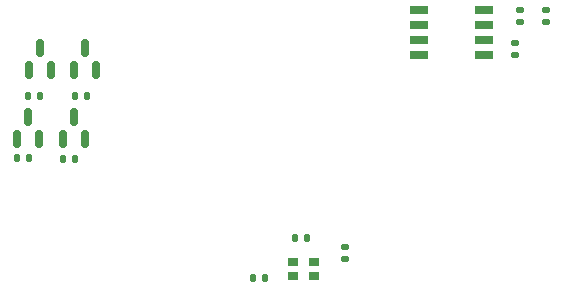
<source format=gbr>
%TF.GenerationSoftware,KiCad,Pcbnew,(6.0.11)*%
%TF.CreationDate,2023-04-23T10:13:21-07:00*%
%TF.ProjectId,Ocelothat,4f63656c-6f74-4686-9174-2e6b69636164,rev?*%
%TF.SameCoordinates,Original*%
%TF.FileFunction,Paste,Top*%
%TF.FilePolarity,Positive*%
%FSLAX46Y46*%
G04 Gerber Fmt 4.6, Leading zero omitted, Abs format (unit mm)*
G04 Created by KiCad (PCBNEW (6.0.11)) date 2023-04-23 10:13:21*
%MOMM*%
%LPD*%
G01*
G04 APERTURE LIST*
G04 Aperture macros list*
%AMRoundRect*
0 Rectangle with rounded corners*
0 $1 Rounding radius*
0 $2 $3 $4 $5 $6 $7 $8 $9 X,Y pos of 4 corners*
0 Add a 4 corners polygon primitive as box body*
4,1,4,$2,$3,$4,$5,$6,$7,$8,$9,$2,$3,0*
0 Add four circle primitives for the rounded corners*
1,1,$1+$1,$2,$3*
1,1,$1+$1,$4,$5*
1,1,$1+$1,$6,$7*
1,1,$1+$1,$8,$9*
0 Add four rect primitives between the rounded corners*
20,1,$1+$1,$2,$3,$4,$5,0*
20,1,$1+$1,$4,$5,$6,$7,0*
20,1,$1+$1,$6,$7,$8,$9,0*
20,1,$1+$1,$8,$9,$2,$3,0*%
G04 Aperture macros list end*
%ADD10R,0.900000X0.800000*%
%ADD11RoundRect,0.150000X0.150000X-0.587500X0.150000X0.587500X-0.150000X0.587500X-0.150000X-0.587500X0*%
%ADD12RoundRect,0.135000X0.135000X0.185000X-0.135000X0.185000X-0.135000X-0.185000X0.135000X-0.185000X0*%
%ADD13R,1.550000X0.650000*%
%ADD14RoundRect,0.147500X-0.172500X0.147500X-0.172500X-0.147500X0.172500X-0.147500X0.172500X0.147500X0*%
%ADD15RoundRect,0.135000X0.185000X-0.135000X0.185000X0.135000X-0.185000X0.135000X-0.185000X-0.135000X0*%
%ADD16RoundRect,0.140000X-0.170000X0.140000X-0.170000X-0.140000X0.170000X-0.140000X0.170000X0.140000X0*%
%ADD17RoundRect,0.140000X0.170000X-0.140000X0.170000X0.140000X-0.170000X0.140000X-0.170000X-0.140000X0*%
%ADD18RoundRect,0.135000X-0.135000X-0.185000X0.135000X-0.185000X0.135000X0.185000X-0.135000X0.185000X0*%
G04 APERTURE END LIST*
D10*
%TO.C,D1*%
X158440000Y-108290000D03*
X158440000Y-107090000D03*
X156640000Y-107090000D03*
X156640000Y-108290000D03*
%TD*%
D11*
%TO.C,Q2*%
X134265000Y-90852500D03*
X136165000Y-90852500D03*
X135215000Y-88977500D03*
%TD*%
%TO.C,Q3*%
X137140000Y-96677500D03*
X139040000Y-96677500D03*
X138090000Y-94802500D03*
%TD*%
D12*
%TO.C,R1*%
X135225000Y-92990000D03*
X134205000Y-92990000D03*
%TD*%
D13*
%TO.C,U1*%
X172765000Y-89595000D03*
X172765000Y-88325000D03*
X172765000Y-87055000D03*
X172765000Y-85785000D03*
X167315000Y-85785000D03*
X167315000Y-87055000D03*
X167315000Y-88325000D03*
X167315000Y-89595000D03*
%TD*%
D14*
%TO.C,D2*%
X178090000Y-85780000D03*
X178090000Y-86750000D03*
%TD*%
D12*
%TO.C,R5*%
X154240000Y-108465000D03*
X153220000Y-108465000D03*
%TD*%
D15*
%TO.C,R7*%
X161040000Y-106800000D03*
X161040000Y-105780000D03*
%TD*%
D11*
%TO.C,Q4*%
X138090000Y-90827500D03*
X139990000Y-90827500D03*
X139040000Y-88952500D03*
%TD*%
D16*
%TO.C,C2*%
X175840000Y-85785000D03*
X175840000Y-86745000D03*
%TD*%
D17*
%TO.C,C1*%
X175424928Y-89520000D03*
X175424928Y-88560000D03*
%TD*%
D18*
%TO.C,R2*%
X133255000Y-98315000D03*
X134275000Y-98315000D03*
%TD*%
%TO.C,R4*%
X137180000Y-98340000D03*
X138200000Y-98340000D03*
%TD*%
D11*
%TO.C,Q1*%
X133265000Y-96652500D03*
X135165000Y-96652500D03*
X134215000Y-94777500D03*
%TD*%
D12*
%TO.C,R3*%
X139175000Y-93015000D03*
X138155000Y-93015000D03*
%TD*%
D18*
%TO.C,R6*%
X156780000Y-105040000D03*
X157800000Y-105040000D03*
%TD*%
M02*

</source>
